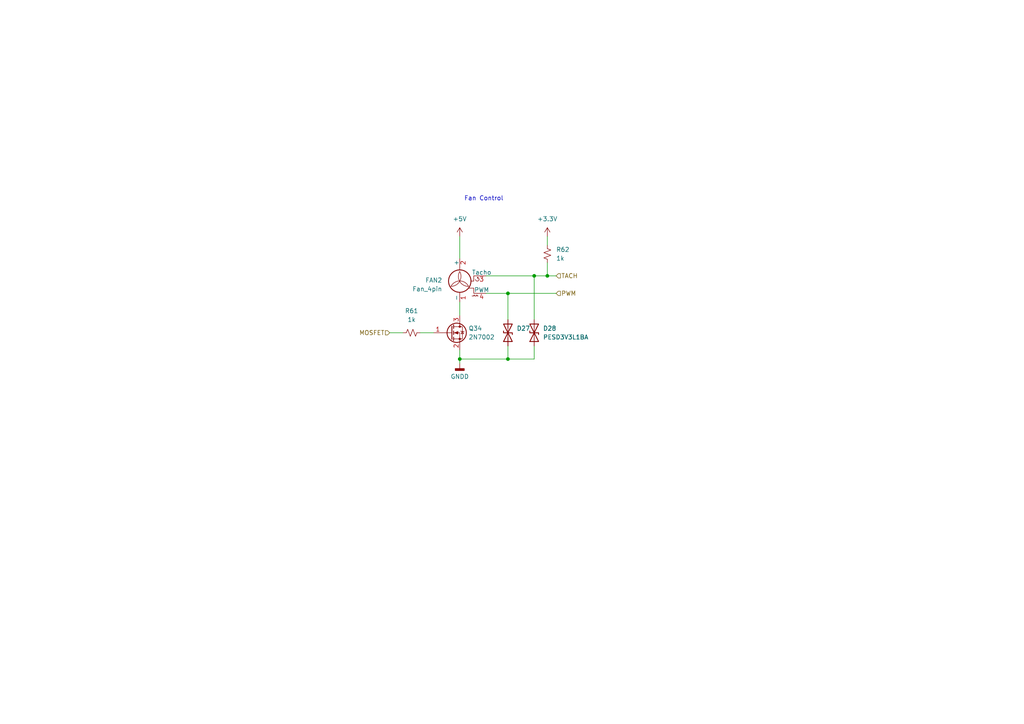
<source format=kicad_sch>
(kicad_sch (version 20231120) (generator "eeschema") (generator_version "8.0")
  (paper "A4")
  (title_block (title "Yarrboard 8ch Mosfet Driver") (rev "C1") (company "https://github.com/hoeken/yarrboard"))
  (lib_symbols
    (symbol "Device:D_TVS" (pin_numbers hide) (pin_names (offset 1.016) hide)
      (property "Reference" "D" (at 0 2.54 0))
      (property "Value" "D_TVS" (at 0 -2.54 0))
      (symbol "D_TVS_0_1"
        (polyline (pts (xy 1.27 0) (xy -1.27 0)))
        (polyline (pts (xy 0.508 1.27) (xy 0 1.27) (xy 0 -1.27) (xy -0.508 -1.27)) (stroke (width 0.254)))
        (polyline (pts (xy -2.54 1.27) (xy -2.54 -1.27) (xy 2.54 1.27) (xy 2.54 -1.27) (xy -2.54 1.27)) (stroke (width 0.254)))
      )
      (symbol "D_TVS_1_1"
        (pin passive line (at -3.81 0 0) (length 2.54) (name "A1") (number "1"))
        (pin passive line (at 3.81 0 180) (length 2.54) (name "A2") (number "2"))
      )
    )
    (symbol "Device:R_Small_US" (pin_numbers hide) (pin_names (offset 0.254) hide)
      (property "Reference" "R" (at 0.762 0.508 0))
      (property "Value" "R_Small_US" (at 0.762 -1.016 0))
      (symbol "R_Small_US_1_1"
        (polyline (pts (xy 0 0) (xy 1.016 -0.381) (xy 0 -0.762) (xy -1.016 -1.143) (xy 0 -1.524)))
        (polyline (pts (xy 0 1.524) (xy 1.016 1.143) (xy 0 0.762) (xy -1.016 0.381) (xy 0 0)))
        (pin passive line (at 0 2.54 270) (length 1.016) (name "~") (number "1"))
        (pin passive line (at 0 -2.54 90) (length 1.016) (name "~") (number "2"))
      )
    )
    (symbol "Motor:Fan_4pin" (pin_names (offset 0))
      (property "Reference" "M" (at 2.54 5.08 0))
      (property "Value" "Fan_4pin" (at 2.54 -2.54 0))
      (symbol "Fan_4pin_0_0"
        (arc (start -5.588 1.524) (mid -5.08 1.0182) (end -4.572 1.524))
        (arc (start -5.08 2.032) (mid -5.4392 1.8832) (end -5.588 1.524))
        (polyline (pts (xy -5.08 2.032) (xy -5.334 2.159)))
        (polyline (pts (xy -5.08 2.032) (xy -5.207 1.778)))
        (polyline (pts (xy -4.064 2.54) (xy -4.064 1.016) (xy -3.302 1.016)))
      )
      (symbol "Fan_4pin_0_1"
        (arc (start -2.54 -0.508) (mid 0.0028 0.9121) (end 0 3.81))
        (polyline (pts (xy -4.064 2.54) (xy -5.08 2.54)))
        (polyline (pts (xy 0 -5.08) (xy 0 -4.572)))
        (polyline (pts (xy 0 -2.2352) (xy 0 -2.6416)))
        (polyline (pts (xy 0 4.2672) (xy 0 4.6228)))
        (polyline (pts (xy 0 4.572) (xy 0 5.08)))
        (polyline (pts (xy -2.54 -1.016) (xy -4.064 -1.016) (xy -4.064 -2.54) (xy -5.08 -2.54)))
        (polyline (pts (xy -5.334 -3.302) (xy -5.08 -3.302) (xy -5.08 -3.048) (xy -4.826 -3.048) (xy -4.826 -3.302) (xy -4.318 -3.302) (xy -4.318 -3.048) (xy -4.064 -3.048) (xy -4.064 -3.302) (xy -3.556 -3.302)))
        (circle (center 0 1.016) (radius 3.2512) (stroke (width 0.254)))
        (arc (start 0 3.81) (mid 0.053 0.921) (end 2.54 -0.508))
        (arc (start 2.54 -0.508) (mid 0 1.0618) (end -2.54 -0.508))
      )
      (symbol "Fan_4pin_1_1"
        (pin passive line (at 0 -5.08 90) (length 2.54) (name "-") (number "1"))
        (pin passive line (at 0 7.62 270) (length 2.54) (name "+") (number "2"))
        (pin passive line (at -7.62 2.54 0) (length 2.54) (name "Tacho") (number "3"))
        (pin input line (at -7.62 -2.54 0) (length 2.54) (name "PWM") (number "4"))
      )
    )
    (symbol "Transistor_FET:2N7002" (pin_names hide)
      (property "Reference" "Q" (at 5.08 1.905 0))
      (property "Value" "2N7002" (at 5.08 0 0))
      (symbol "2N7002_0_1"
        (polyline (pts (xy 0.254 0) (xy -2.54 0)))
        (polyline (pts (xy 0.254 1.905) (xy 0.254 -1.905)) (stroke (width 0.254)))
        (polyline (pts (xy 0.762 -1.27) (xy 0.762 -2.286)) (stroke (width 0.254)))
        (polyline (pts (xy 0.762 0.508) (xy 0.762 -0.508)) (stroke (width 0.254)))
        (polyline (pts (xy 0.762 2.286) (xy 0.762 1.27)) (stroke (width 0.254)))
        (polyline (pts (xy 2.54 2.54) (xy 2.54 1.778)))
        (polyline (pts (xy 2.54 -2.54) (xy 2.54 0) (xy 0.762 0)))
        (polyline (pts (xy 0.762 -1.778) (xy 3.302 -1.778) (xy 3.302 1.778) (xy 0.762 1.778)))
        (polyline (pts (xy 1.016 0) (xy 2.032 0.381) (xy 2.032 -0.381) (xy 1.016 0)) (fill (type outline)))
        (polyline (pts (xy 2.794 0.508) (xy 2.921 0.381) (xy 3.683 0.381) (xy 3.81 0.254)))
        (polyline (pts (xy 3.302 0.381) (xy 2.921 -0.254) (xy 3.683 -0.254) (xy 3.302 0.381)))
        (circle (center 1.651 0) (radius 2.794) (stroke (width 0.254)))
        (circle (center 2.54 -1.778) (radius 0.254) (fill (type outline)))
        (circle (center 2.54 1.778) (radius 0.254) (fill (type outline)))
      )
      (symbol "2N7002_1_1"
        (pin input line (at -5.08 0 0) (length 2.54) (name "G") (number "1"))
        (pin passive line (at 2.54 -5.08 90) (length 2.54) (name "S") (number "2"))
        (pin passive line (at 2.54 5.08 270) (length 2.54) (name "D") (number "3"))
      )
    )
    (symbol "power:+3.3V" (power) (pin_names (offset 0))
      (property "Value" "+3.3V" (at 0 3.556 0))
      (symbol "+3.3V_0_1"
        (polyline (pts (xy -0.762 1.27) (xy 0 2.54)))
        (polyline (pts (xy 0 0) (xy 0 2.54)))
        (polyline (pts (xy 0 2.54) (xy 0.762 1.27)))
      )
      (symbol "+3.3V_1_1"
        (pin power_in line (at 0 0 90) (length 0) hide (name "+3.3V") (number "1"))
      )
    )
    (symbol "power:+5V" (power) (pin_names (offset 0))
      (property "Value" "+5V" (at 0 3.556 0))
      (symbol "+5V_0_1"
        (polyline (pts (xy -0.762 1.27) (xy 0 2.54)))
        (polyline (pts (xy 0 0) (xy 0 2.54)))
        (polyline (pts (xy 0 2.54) (xy 0.762 1.27)))
      )
      (symbol "+5V_1_1"
        (pin power_in line (at 0 0 90) (length 0) hide (name "+5V") (number "1"))
      )
    )
    (symbol "power:GNDD" (power) (pin_names (offset 0))
      (property "Value" "GNDD" (at 0 -3.175 0))
      (symbol "GNDD_0_1"
        (rectangle (start -1.27 -1.524) (end 1.27 -2.032) (stroke (width 0.254)) (fill (type outline)))
        (polyline (pts (xy 0 0) (xy 0 -1.524)))
      )
      (symbol "GNDD_1_1"
        (pin power_in line (at 0 0 270) (length 0) hide (name "GNDD") (number "1"))
      )
    )
  )
  (junction (at 147.32 85.09))
  (junction (at 147.32 104.14))
  (junction (at 133.35 104.14))
  (junction (at 154.94 80.01))
  (junction (at 158.75 80.01))
  (wire (pts (xy 147.32 104.14) (xy 154.94 104.14)))
  (wire (pts (xy 154.94 80.01) (xy 158.75 80.01)))
  (wire (pts (xy 154.94 100.33) (xy 154.94 104.14)))
  (wire (pts (xy 140.97 80.01) (xy 154.94 80.01)))
  (wire (pts (xy 133.35 104.14) (xy 133.35 101.6)))
  (wire (pts (xy 121.92 96.52) (xy 125.73 96.52)))
  (wire (pts (xy 158.75 76.2) (xy 158.75 80.01)))
  (wire (pts (xy 140.97 85.09) (xy 147.32 85.09)))
  (wire (pts (xy 147.32 100.33) (xy 147.32 104.14)))
  (wire (pts (xy 158.75 80.01) (xy 161.29 80.01)))
  (wire (pts (xy 147.32 85.09) (xy 161.29 85.09)))
  (wire (pts (xy 133.35 87.63) (xy 133.35 91.44)))
  (wire (pts (xy 147.32 85.09) (xy 147.32 92.71)))
  (wire (pts (xy 133.35 104.14) (xy 133.35 105.41)))
  (wire (pts (xy 158.75 68.58) (xy 158.75 71.12)))
  (wire (pts (xy 113.03 96.52) (xy 116.84 96.52)))
  (wire (pts (xy 133.35 104.14) (xy 147.32 104.14)))
  (wire (pts (xy 133.35 68.58) (xy 133.35 74.93)))
  (wire (pts (xy 154.94 80.01) (xy 154.94 92.71)))
  (text "Fan Control" (at 134.62 58.42 0) (effects (font (size 1.27 1.27)) (justify left bottom)))
  (hierarchical_label "TACH" (shape input) (at 161.29 80.01 0))
  (hierarchical_label "MOSFET" (shape input) (at 113.03 96.52 180))
  (hierarchical_label "PWM" (shape input) (at 161.29 85.09 0))
  (symbol (lib_id "Device:R_Small_US") (at 158.75 73.66 180) (unit 1)
    (property "Reference" "R62" (at 161.29 72.39 0) (effects (justify right)))
    (property "Value" "1k" (at 161.29 74.93 0) (effects (justify right)))
    (property "Footprint" "Resistor_SMD:R_0805_2012Metric_Pad1.20x1.40mm_HandSolder" (effects (hide yes)))
    (property "LCSC" "C95781" (effects (hide yes)))
    (instances (project "8ch-mosfet" (path "" (reference "R62") (unit 1)) (path "" (reference "R60") (unit 1))))
  )
  (symbol (lib_id "Device:D_TVS") (at 147.32 96.52 90) (unit 1)
    (property "Reference" "D27" (at 149.86 95.25 90) (effects (justify right)))
    (property "Value" "PESD3V3L1BA" (effects (hide yes)))
    (property "Footprint" "Diode_SMD:D_SOD-323_HandSoldering" (effects (hide yes)))
    (property "LCSC" "C316020" (effects (hide yes)))
    (instances (project "8ch-mosfet" (path "" (reference "D27") (unit 1)) (path "" (reference "D25") (unit 1))))
  )
  (symbol (lib_id "power:+3.3V") (at 158.75 68.58 0) (unit 1)
    (property "Reference" "#PWR053" (effects (hide yes)))
    (property "Value" "+3.3V" (at 158.75 63.5 0))
    (instances (project "8ch-mosfet" (path "" (reference "#PWR053") (unit 1)) (path "" (reference "#PWR050") (unit 1))))
  )
  (symbol (lib_id "Motor:Fan_4pin") (at 133.35 82.55 0) (mirror y) (unit 1)
    (property "Reference" "FAN2" (at 128.27 81.28 0) (effects (justify left)))
    (property "Value" "Fan_4pin" (at 128.27 83.82 0) (effects (justify left)))
    (property "Footprint" "yarrboard:Molex 0470531000" (effects (hide yes)))
    (property "Datasheet" "http://www.formfactors.org/developer%5Cspecs%5Crev1_2_public.pdf" (effects (hide yes)))
    (property "Mouser" "538-47053-1000 " (effects (hide yes)))
    (property "LCSC" "C3025061" (effects (hide yes)))
    (instances (project "8ch-mosfet" (path "" (reference "FAN2") (unit 1)) (path "" (reference "FAN1") (unit 1))))
  )
  (symbol (lib_id "power:GNDD") (at 133.35 105.41 0) (unit 1)
    (property "Reference" "#PWR052" (effects (hide yes)))
    (property "Value" "GNDD" (at 133.35 109.22 0))
    (instances (project "8ch-mosfet" (path "" (reference "#PWR052") (unit 1)) (path "" (reference "#PWR049") (unit 1))))
  )
  (symbol (lib_id "Transistor_FET:2N7002") (at 130.81 96.52 0) (unit 1)
    (property "Reference" "Q34" (at 135.89 95.25 0) (effects (justify left)))
    (property "Value" "2N7002" (at 135.89 97.79 0) (effects (justify left)))
    (property "Footprint" "Package_TO_SOT_SMD:SOT-23" (effects (hide yes)))
    (property "Datasheet" "https://www.onsemi.com/pub/Collateral/NDS7002A-D.PDF" (effects (hide yes)))
    (instances (project "8ch-mosfet" (path "" (reference "Q34") (unit 1)) (path "" (reference "Q33") (unit 1))))
  )
  (symbol (lib_id "power:+5V") (at 133.35 68.58 0) (unit 1)
    (property "Reference" "#PWR051" (effects (hide yes)))
    (property "Value" "+5V" (at 133.35 63.5 0))
    (instances (project "8ch-mosfet" (path "" (reference "#PWR051") (unit 1)) (path "" (reference "#PWR048") (unit 1))))
  )
  (symbol (lib_id "Device:D_TVS") (at 154.94 96.52 90) (unit 1)
    (property "Reference" "D28" (at 157.48 95.25 90) (effects (justify right)))
    (property "Value" "PESD3V3L1BA" (at 157.48 97.79 90) (effects (justify right)))
    (property "Footprint" "Diode_SMD:D_SOD-323_HandSoldering" (effects (hide yes)))
    (property "LCSC" "C316020" (effects (hide yes)))
    (instances (project "8ch-mosfet" (path "" (reference "D28") (unit 1)) (path "" (reference "D26") (unit 1))))
  )
  (symbol (lib_id "Device:R_Small_US") (at 119.38 96.52 270) (unit 1)
    (property "Reference" "R61" (at 119.38 90.17 90))
    (property "Value" "1k" (at 119.38 92.71 90))
    (property "Footprint" "Resistor_SMD:R_0805_2012Metric_Pad1.20x1.40mm_HandSolder" (effects (hide yes)))
    (property "LCSC" "C95781" (effects (hide yes)))
    (instances (project "8ch-mosfet" (path "" (reference "R61") (unit 1)) (path "" (reference "R59") (unit 1))))
  )
)
</source>
